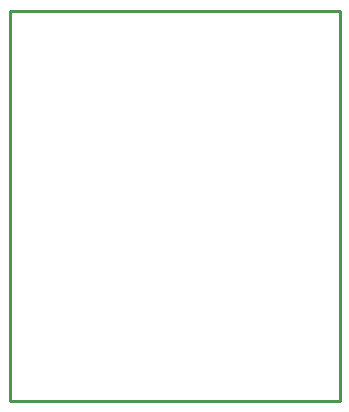
<source format=gko>
G04*
G04 #@! TF.GenerationSoftware,Altium Limited,Altium Designer,24.0.1 (36)*
G04*
G04 Layer_Color=16711935*
%FSLAX44Y44*%
%MOMM*%
G71*
G04*
G04 #@! TF.SameCoordinates,679F6686-0656-46BC-BDB5-5FE1FF963507*
G04*
G04*
G04 #@! TF.FilePolarity,Positive*
G04*
G01*
G75*
%ADD11C,0.2540*%
D11*
X-25400Y-50800D02*
X254000D01*
X-25400Y279400D02*
X254000D01*
Y-50800D02*
Y279400D01*
X-25400Y-50800D02*
Y279400D01*
M02*

</source>
